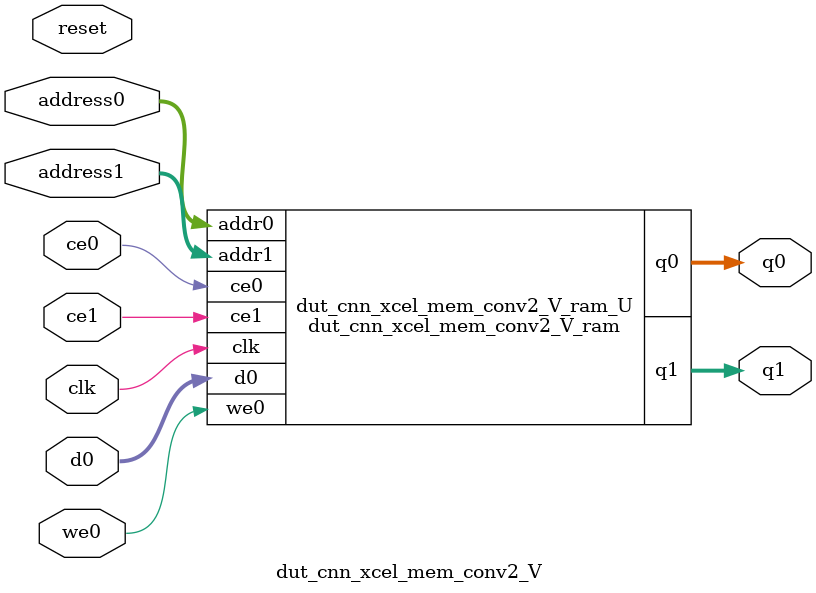
<source format=v>

`timescale 1 ns / 1 ps
module dut_cnn_xcel_mem_conv2_V_ram (addr0, ce0, d0, we0, q0, addr1, ce1, q1,  clk);

parameter DWIDTH = 32;
parameter AWIDTH = 10;
parameter MEM_SIZE = 800;

input[AWIDTH-1:0] addr0;
input ce0;
input[DWIDTH-1:0] d0;
input we0;
output reg[DWIDTH-1:0] q0;
input[AWIDTH-1:0] addr1;
input ce1;
output reg[DWIDTH-1:0] q1;
input clk;

(* ram_style = "block" *)reg [DWIDTH-1:0] ram[MEM_SIZE-1:0];




always @(posedge clk)  
begin 
    if (ce0) 
    begin
        if (we0) 
        begin 
            ram[addr0] <= d0; 
            q0 <= d0;
        end 
        else 
            q0 <= ram[addr0];
    end
end


always @(posedge clk)  
begin 
    if (ce1) 
    begin
            q1 <= ram[addr1];
    end
end


endmodule


`timescale 1 ns / 1 ps
module dut_cnn_xcel_mem_conv2_V(
    reset,
    clk,
    address0,
    ce0,
    we0,
    d0,
    q0,
    address1,
    ce1,
    q1);

parameter DataWidth = 32'd32;
parameter AddressRange = 32'd800;
parameter AddressWidth = 32'd10;
input reset;
input clk;
input[AddressWidth - 1:0] address0;
input ce0;
input we0;
input[DataWidth - 1:0] d0;
output[DataWidth - 1:0] q0;
input[AddressWidth - 1:0] address1;
input ce1;
output[DataWidth - 1:0] q1;



dut_cnn_xcel_mem_conv2_V_ram dut_cnn_xcel_mem_conv2_V_ram_U(
    .clk( clk ),
    .addr0( address0 ),
    .ce0( ce0 ),
    .d0( d0 ),
    .we0( we0 ),
    .q0( q0 ),
    .addr1( address1 ),
    .ce1( ce1 ),
    .q1( q1 ));

endmodule


</source>
